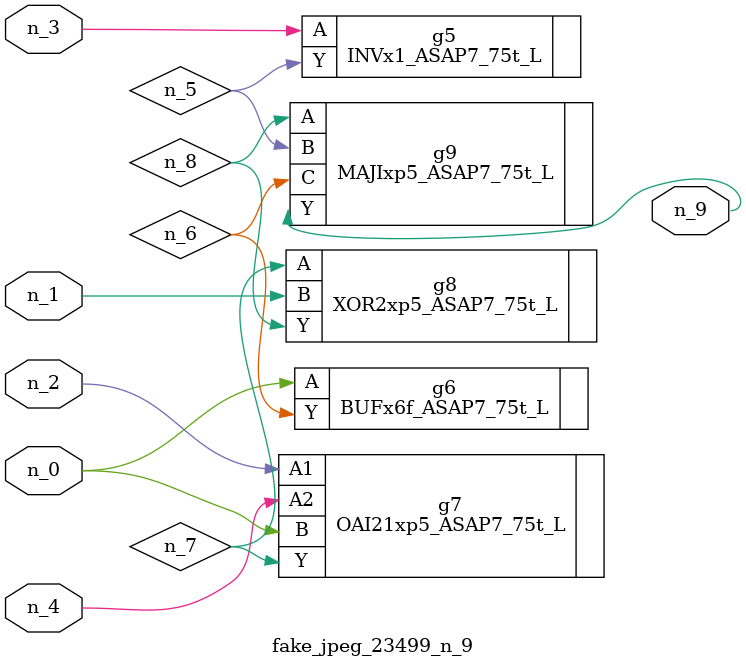
<source format=v>
module fake_jpeg_23499_n_9 (n_3, n_2, n_1, n_0, n_4, n_9);

input n_3;
input n_2;
input n_1;
input n_0;
input n_4;

output n_9;

wire n_8;
wire n_6;
wire n_5;
wire n_7;

INVx1_ASAP7_75t_L g5 ( 
.A(n_3),
.Y(n_5)
);

BUFx6f_ASAP7_75t_L g6 ( 
.A(n_0),
.Y(n_6)
);

OAI21xp5_ASAP7_75t_L g7 ( 
.A1(n_2),
.A2(n_4),
.B(n_0),
.Y(n_7)
);

XOR2xp5_ASAP7_75t_L g8 ( 
.A(n_7),
.B(n_1),
.Y(n_8)
);

MAJIxp5_ASAP7_75t_L g9 ( 
.A(n_8),
.B(n_5),
.C(n_6),
.Y(n_9)
);


endmodule
</source>
